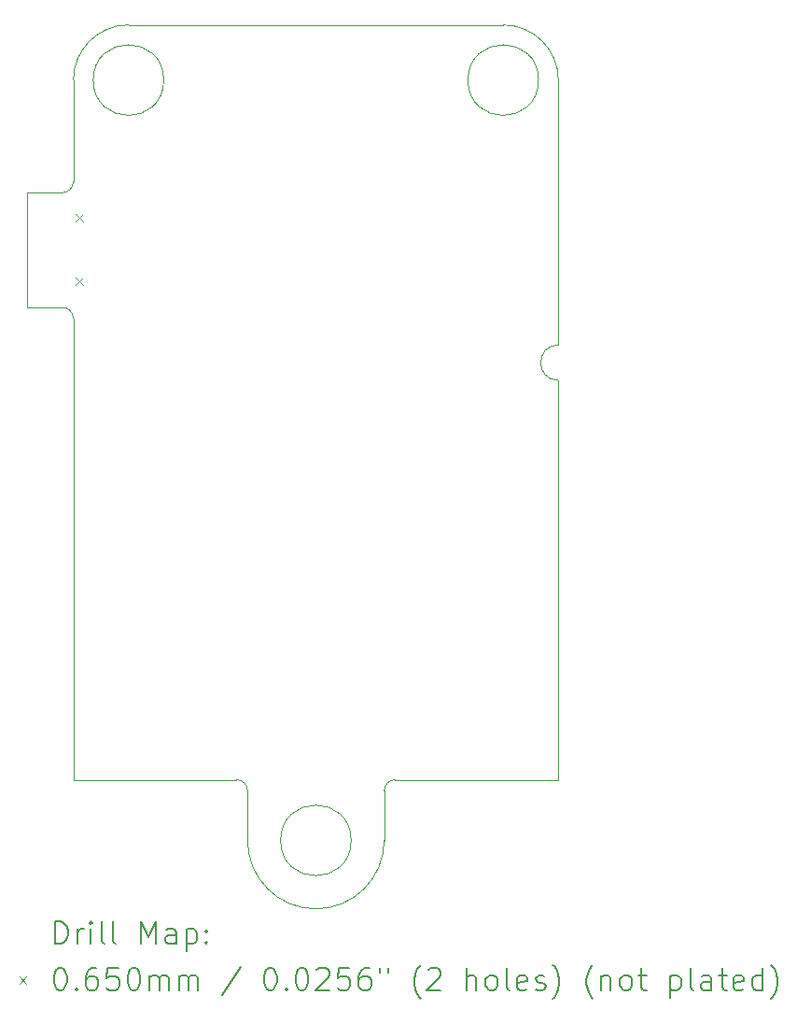
<source format=gbr>
%TF.GenerationSoftware,KiCad,Pcbnew,7.0.6-7.0.6~ubuntu20.04.1*%
%TF.CreationDate,2023-08-02T11:15:23+01:00*%
%TF.ProjectId,concept2creation,636f6e63-6570-4743-9263-72656174696f,rev?*%
%TF.SameCoordinates,Original*%
%TF.FileFunction,Drillmap*%
%TF.FilePolarity,Positive*%
%FSLAX45Y45*%
G04 Gerber Fmt 4.5, Leading zero omitted, Abs format (unit mm)*
G04 Created by KiCad (PCBNEW 7.0.6-7.0.6~ubuntu20.04.1) date 2023-08-02 11:15:23*
%MOMM*%
%LPD*%
G01*
G04 APERTURE LIST*
%ADD10C,0.100000*%
%ADD11C,0.200000*%
%ADD12C,0.065000*%
G04 APERTURE END LIST*
D10*
X2380000Y-7980000D02*
X2380000Y-9020000D01*
X4380000Y-13850000D02*
G75*
G03*
X5620000Y-13850000I620000J0D01*
G01*
X2800000Y-9120000D02*
G75*
G03*
X2700000Y-9020000I-100000J0D01*
G01*
X2800000Y-13300000D02*
X4280000Y-13300000D01*
X5720000Y-13300000D02*
X7200000Y-13300000D01*
X5720000Y-13300000D02*
G75*
G03*
X5620000Y-13400000I0J-100000D01*
G01*
X7200000Y-6960000D02*
G75*
G03*
X6700000Y-6460000I-500000J0D01*
G01*
X4380000Y-13400000D02*
G75*
G03*
X4280000Y-13300000I-100000J0D01*
G01*
X5620000Y-13850000D02*
X5620000Y-13400000D01*
X7020000Y-6960000D02*
G75*
G03*
X7020000Y-6960000I-320000J0D01*
G01*
X5320000Y-13850000D02*
G75*
G03*
X5320000Y-13850000I-320000J0D01*
G01*
X3620000Y-6960000D02*
G75*
G03*
X3620000Y-6960000I-320000J0D01*
G01*
X2800000Y-6960000D02*
X2800000Y-7880000D01*
X2800000Y-9120000D02*
X2800000Y-13300000D01*
X7200000Y-9360000D02*
G75*
G03*
X7200000Y-9680000I0J-160000D01*
G01*
X7200000Y-9360000D02*
X7200000Y-6960000D01*
X2700000Y-7980000D02*
X2380000Y-7980000D01*
X2380000Y-9020000D02*
X2700000Y-9020000D01*
X2700000Y-7980000D02*
G75*
G03*
X2800000Y-7880000I0J100000D01*
G01*
X4380000Y-13850000D02*
X4380000Y-13400000D01*
X6700000Y-6460000D02*
X3300000Y-6460000D01*
X7200000Y-13300000D02*
X7200000Y-9680000D01*
X3300000Y-6460000D02*
G75*
G03*
X2800000Y-6960000I0J-500000D01*
G01*
D11*
D12*
X2823000Y-8173500D02*
X2888000Y-8238500D01*
X2888000Y-8173500D02*
X2823000Y-8238500D01*
X2823000Y-8751500D02*
X2888000Y-8816500D01*
X2888000Y-8751500D02*
X2823000Y-8816500D01*
D11*
X2635777Y-14786484D02*
X2635777Y-14586484D01*
X2635777Y-14586484D02*
X2683396Y-14586484D01*
X2683396Y-14586484D02*
X2711967Y-14596008D01*
X2711967Y-14596008D02*
X2731015Y-14615055D01*
X2731015Y-14615055D02*
X2740539Y-14634103D01*
X2740539Y-14634103D02*
X2750063Y-14672198D01*
X2750063Y-14672198D02*
X2750063Y-14700769D01*
X2750063Y-14700769D02*
X2740539Y-14738865D01*
X2740539Y-14738865D02*
X2731015Y-14757912D01*
X2731015Y-14757912D02*
X2711967Y-14776960D01*
X2711967Y-14776960D02*
X2683396Y-14786484D01*
X2683396Y-14786484D02*
X2635777Y-14786484D01*
X2835777Y-14786484D02*
X2835777Y-14653150D01*
X2835777Y-14691246D02*
X2845301Y-14672198D01*
X2845301Y-14672198D02*
X2854824Y-14662674D01*
X2854824Y-14662674D02*
X2873872Y-14653150D01*
X2873872Y-14653150D02*
X2892920Y-14653150D01*
X2959586Y-14786484D02*
X2959586Y-14653150D01*
X2959586Y-14586484D02*
X2950062Y-14596008D01*
X2950062Y-14596008D02*
X2959586Y-14605531D01*
X2959586Y-14605531D02*
X2969110Y-14596008D01*
X2969110Y-14596008D02*
X2959586Y-14586484D01*
X2959586Y-14586484D02*
X2959586Y-14605531D01*
X3083396Y-14786484D02*
X3064348Y-14776960D01*
X3064348Y-14776960D02*
X3054824Y-14757912D01*
X3054824Y-14757912D02*
X3054824Y-14586484D01*
X3188158Y-14786484D02*
X3169110Y-14776960D01*
X3169110Y-14776960D02*
X3159586Y-14757912D01*
X3159586Y-14757912D02*
X3159586Y-14586484D01*
X3416729Y-14786484D02*
X3416729Y-14586484D01*
X3416729Y-14586484D02*
X3483396Y-14729341D01*
X3483396Y-14729341D02*
X3550062Y-14586484D01*
X3550062Y-14586484D02*
X3550062Y-14786484D01*
X3731015Y-14786484D02*
X3731015Y-14681722D01*
X3731015Y-14681722D02*
X3721491Y-14662674D01*
X3721491Y-14662674D02*
X3702443Y-14653150D01*
X3702443Y-14653150D02*
X3664348Y-14653150D01*
X3664348Y-14653150D02*
X3645301Y-14662674D01*
X3731015Y-14776960D02*
X3711967Y-14786484D01*
X3711967Y-14786484D02*
X3664348Y-14786484D01*
X3664348Y-14786484D02*
X3645301Y-14776960D01*
X3645301Y-14776960D02*
X3635777Y-14757912D01*
X3635777Y-14757912D02*
X3635777Y-14738865D01*
X3635777Y-14738865D02*
X3645301Y-14719817D01*
X3645301Y-14719817D02*
X3664348Y-14710293D01*
X3664348Y-14710293D02*
X3711967Y-14710293D01*
X3711967Y-14710293D02*
X3731015Y-14700769D01*
X3826253Y-14653150D02*
X3826253Y-14853150D01*
X3826253Y-14662674D02*
X3845301Y-14653150D01*
X3845301Y-14653150D02*
X3883396Y-14653150D01*
X3883396Y-14653150D02*
X3902443Y-14662674D01*
X3902443Y-14662674D02*
X3911967Y-14672198D01*
X3911967Y-14672198D02*
X3921491Y-14691246D01*
X3921491Y-14691246D02*
X3921491Y-14748388D01*
X3921491Y-14748388D02*
X3911967Y-14767436D01*
X3911967Y-14767436D02*
X3902443Y-14776960D01*
X3902443Y-14776960D02*
X3883396Y-14786484D01*
X3883396Y-14786484D02*
X3845301Y-14786484D01*
X3845301Y-14786484D02*
X3826253Y-14776960D01*
X4007205Y-14767436D02*
X4016729Y-14776960D01*
X4016729Y-14776960D02*
X4007205Y-14786484D01*
X4007205Y-14786484D02*
X3997682Y-14776960D01*
X3997682Y-14776960D02*
X4007205Y-14767436D01*
X4007205Y-14767436D02*
X4007205Y-14786484D01*
X4007205Y-14662674D02*
X4016729Y-14672198D01*
X4016729Y-14672198D02*
X4007205Y-14681722D01*
X4007205Y-14681722D02*
X3997682Y-14672198D01*
X3997682Y-14672198D02*
X4007205Y-14662674D01*
X4007205Y-14662674D02*
X4007205Y-14681722D01*
D12*
X2310000Y-15082500D02*
X2375000Y-15147500D01*
X2375000Y-15082500D02*
X2310000Y-15147500D01*
D11*
X2673872Y-15006484D02*
X2692920Y-15006484D01*
X2692920Y-15006484D02*
X2711967Y-15016008D01*
X2711967Y-15016008D02*
X2721491Y-15025531D01*
X2721491Y-15025531D02*
X2731015Y-15044579D01*
X2731015Y-15044579D02*
X2740539Y-15082674D01*
X2740539Y-15082674D02*
X2740539Y-15130293D01*
X2740539Y-15130293D02*
X2731015Y-15168388D01*
X2731015Y-15168388D02*
X2721491Y-15187436D01*
X2721491Y-15187436D02*
X2711967Y-15196960D01*
X2711967Y-15196960D02*
X2692920Y-15206484D01*
X2692920Y-15206484D02*
X2673872Y-15206484D01*
X2673872Y-15206484D02*
X2654824Y-15196960D01*
X2654824Y-15196960D02*
X2645301Y-15187436D01*
X2645301Y-15187436D02*
X2635777Y-15168388D01*
X2635777Y-15168388D02*
X2626253Y-15130293D01*
X2626253Y-15130293D02*
X2626253Y-15082674D01*
X2626253Y-15082674D02*
X2635777Y-15044579D01*
X2635777Y-15044579D02*
X2645301Y-15025531D01*
X2645301Y-15025531D02*
X2654824Y-15016008D01*
X2654824Y-15016008D02*
X2673872Y-15006484D01*
X2826253Y-15187436D02*
X2835777Y-15196960D01*
X2835777Y-15196960D02*
X2826253Y-15206484D01*
X2826253Y-15206484D02*
X2816729Y-15196960D01*
X2816729Y-15196960D02*
X2826253Y-15187436D01*
X2826253Y-15187436D02*
X2826253Y-15206484D01*
X3007205Y-15006484D02*
X2969110Y-15006484D01*
X2969110Y-15006484D02*
X2950062Y-15016008D01*
X2950062Y-15016008D02*
X2940539Y-15025531D01*
X2940539Y-15025531D02*
X2921491Y-15054103D01*
X2921491Y-15054103D02*
X2911967Y-15092198D01*
X2911967Y-15092198D02*
X2911967Y-15168388D01*
X2911967Y-15168388D02*
X2921491Y-15187436D01*
X2921491Y-15187436D02*
X2931015Y-15196960D01*
X2931015Y-15196960D02*
X2950062Y-15206484D01*
X2950062Y-15206484D02*
X2988158Y-15206484D01*
X2988158Y-15206484D02*
X3007205Y-15196960D01*
X3007205Y-15196960D02*
X3016729Y-15187436D01*
X3016729Y-15187436D02*
X3026253Y-15168388D01*
X3026253Y-15168388D02*
X3026253Y-15120769D01*
X3026253Y-15120769D02*
X3016729Y-15101722D01*
X3016729Y-15101722D02*
X3007205Y-15092198D01*
X3007205Y-15092198D02*
X2988158Y-15082674D01*
X2988158Y-15082674D02*
X2950062Y-15082674D01*
X2950062Y-15082674D02*
X2931015Y-15092198D01*
X2931015Y-15092198D02*
X2921491Y-15101722D01*
X2921491Y-15101722D02*
X2911967Y-15120769D01*
X3207205Y-15006484D02*
X3111967Y-15006484D01*
X3111967Y-15006484D02*
X3102443Y-15101722D01*
X3102443Y-15101722D02*
X3111967Y-15092198D01*
X3111967Y-15092198D02*
X3131015Y-15082674D01*
X3131015Y-15082674D02*
X3178634Y-15082674D01*
X3178634Y-15082674D02*
X3197682Y-15092198D01*
X3197682Y-15092198D02*
X3207205Y-15101722D01*
X3207205Y-15101722D02*
X3216729Y-15120769D01*
X3216729Y-15120769D02*
X3216729Y-15168388D01*
X3216729Y-15168388D02*
X3207205Y-15187436D01*
X3207205Y-15187436D02*
X3197682Y-15196960D01*
X3197682Y-15196960D02*
X3178634Y-15206484D01*
X3178634Y-15206484D02*
X3131015Y-15206484D01*
X3131015Y-15206484D02*
X3111967Y-15196960D01*
X3111967Y-15196960D02*
X3102443Y-15187436D01*
X3340539Y-15006484D02*
X3359586Y-15006484D01*
X3359586Y-15006484D02*
X3378634Y-15016008D01*
X3378634Y-15016008D02*
X3388158Y-15025531D01*
X3388158Y-15025531D02*
X3397682Y-15044579D01*
X3397682Y-15044579D02*
X3407205Y-15082674D01*
X3407205Y-15082674D02*
X3407205Y-15130293D01*
X3407205Y-15130293D02*
X3397682Y-15168388D01*
X3397682Y-15168388D02*
X3388158Y-15187436D01*
X3388158Y-15187436D02*
X3378634Y-15196960D01*
X3378634Y-15196960D02*
X3359586Y-15206484D01*
X3359586Y-15206484D02*
X3340539Y-15206484D01*
X3340539Y-15206484D02*
X3321491Y-15196960D01*
X3321491Y-15196960D02*
X3311967Y-15187436D01*
X3311967Y-15187436D02*
X3302443Y-15168388D01*
X3302443Y-15168388D02*
X3292920Y-15130293D01*
X3292920Y-15130293D02*
X3292920Y-15082674D01*
X3292920Y-15082674D02*
X3302443Y-15044579D01*
X3302443Y-15044579D02*
X3311967Y-15025531D01*
X3311967Y-15025531D02*
X3321491Y-15016008D01*
X3321491Y-15016008D02*
X3340539Y-15006484D01*
X3492920Y-15206484D02*
X3492920Y-15073150D01*
X3492920Y-15092198D02*
X3502443Y-15082674D01*
X3502443Y-15082674D02*
X3521491Y-15073150D01*
X3521491Y-15073150D02*
X3550063Y-15073150D01*
X3550063Y-15073150D02*
X3569110Y-15082674D01*
X3569110Y-15082674D02*
X3578634Y-15101722D01*
X3578634Y-15101722D02*
X3578634Y-15206484D01*
X3578634Y-15101722D02*
X3588158Y-15082674D01*
X3588158Y-15082674D02*
X3607205Y-15073150D01*
X3607205Y-15073150D02*
X3635777Y-15073150D01*
X3635777Y-15073150D02*
X3654824Y-15082674D01*
X3654824Y-15082674D02*
X3664348Y-15101722D01*
X3664348Y-15101722D02*
X3664348Y-15206484D01*
X3759586Y-15206484D02*
X3759586Y-15073150D01*
X3759586Y-15092198D02*
X3769110Y-15082674D01*
X3769110Y-15082674D02*
X3788158Y-15073150D01*
X3788158Y-15073150D02*
X3816729Y-15073150D01*
X3816729Y-15073150D02*
X3835777Y-15082674D01*
X3835777Y-15082674D02*
X3845301Y-15101722D01*
X3845301Y-15101722D02*
X3845301Y-15206484D01*
X3845301Y-15101722D02*
X3854824Y-15082674D01*
X3854824Y-15082674D02*
X3873872Y-15073150D01*
X3873872Y-15073150D02*
X3902443Y-15073150D01*
X3902443Y-15073150D02*
X3921491Y-15082674D01*
X3921491Y-15082674D02*
X3931015Y-15101722D01*
X3931015Y-15101722D02*
X3931015Y-15206484D01*
X4321491Y-14996960D02*
X4150063Y-15254103D01*
X4578634Y-15006484D02*
X4597682Y-15006484D01*
X4597682Y-15006484D02*
X4616729Y-15016008D01*
X4616729Y-15016008D02*
X4626253Y-15025531D01*
X4626253Y-15025531D02*
X4635777Y-15044579D01*
X4635777Y-15044579D02*
X4645301Y-15082674D01*
X4645301Y-15082674D02*
X4645301Y-15130293D01*
X4645301Y-15130293D02*
X4635777Y-15168388D01*
X4635777Y-15168388D02*
X4626253Y-15187436D01*
X4626253Y-15187436D02*
X4616729Y-15196960D01*
X4616729Y-15196960D02*
X4597682Y-15206484D01*
X4597682Y-15206484D02*
X4578634Y-15206484D01*
X4578634Y-15206484D02*
X4559587Y-15196960D01*
X4559587Y-15196960D02*
X4550063Y-15187436D01*
X4550063Y-15187436D02*
X4540539Y-15168388D01*
X4540539Y-15168388D02*
X4531015Y-15130293D01*
X4531015Y-15130293D02*
X4531015Y-15082674D01*
X4531015Y-15082674D02*
X4540539Y-15044579D01*
X4540539Y-15044579D02*
X4550063Y-15025531D01*
X4550063Y-15025531D02*
X4559587Y-15016008D01*
X4559587Y-15016008D02*
X4578634Y-15006484D01*
X4731015Y-15187436D02*
X4740539Y-15196960D01*
X4740539Y-15196960D02*
X4731015Y-15206484D01*
X4731015Y-15206484D02*
X4721491Y-15196960D01*
X4721491Y-15196960D02*
X4731015Y-15187436D01*
X4731015Y-15187436D02*
X4731015Y-15206484D01*
X4864348Y-15006484D02*
X4883396Y-15006484D01*
X4883396Y-15006484D02*
X4902444Y-15016008D01*
X4902444Y-15016008D02*
X4911968Y-15025531D01*
X4911968Y-15025531D02*
X4921491Y-15044579D01*
X4921491Y-15044579D02*
X4931015Y-15082674D01*
X4931015Y-15082674D02*
X4931015Y-15130293D01*
X4931015Y-15130293D02*
X4921491Y-15168388D01*
X4921491Y-15168388D02*
X4911968Y-15187436D01*
X4911968Y-15187436D02*
X4902444Y-15196960D01*
X4902444Y-15196960D02*
X4883396Y-15206484D01*
X4883396Y-15206484D02*
X4864348Y-15206484D01*
X4864348Y-15206484D02*
X4845301Y-15196960D01*
X4845301Y-15196960D02*
X4835777Y-15187436D01*
X4835777Y-15187436D02*
X4826253Y-15168388D01*
X4826253Y-15168388D02*
X4816729Y-15130293D01*
X4816729Y-15130293D02*
X4816729Y-15082674D01*
X4816729Y-15082674D02*
X4826253Y-15044579D01*
X4826253Y-15044579D02*
X4835777Y-15025531D01*
X4835777Y-15025531D02*
X4845301Y-15016008D01*
X4845301Y-15016008D02*
X4864348Y-15006484D01*
X5007206Y-15025531D02*
X5016729Y-15016008D01*
X5016729Y-15016008D02*
X5035777Y-15006484D01*
X5035777Y-15006484D02*
X5083396Y-15006484D01*
X5083396Y-15006484D02*
X5102444Y-15016008D01*
X5102444Y-15016008D02*
X5111968Y-15025531D01*
X5111968Y-15025531D02*
X5121491Y-15044579D01*
X5121491Y-15044579D02*
X5121491Y-15063627D01*
X5121491Y-15063627D02*
X5111968Y-15092198D01*
X5111968Y-15092198D02*
X4997682Y-15206484D01*
X4997682Y-15206484D02*
X5121491Y-15206484D01*
X5302444Y-15006484D02*
X5207206Y-15006484D01*
X5207206Y-15006484D02*
X5197682Y-15101722D01*
X5197682Y-15101722D02*
X5207206Y-15092198D01*
X5207206Y-15092198D02*
X5226253Y-15082674D01*
X5226253Y-15082674D02*
X5273872Y-15082674D01*
X5273872Y-15082674D02*
X5292920Y-15092198D01*
X5292920Y-15092198D02*
X5302444Y-15101722D01*
X5302444Y-15101722D02*
X5311968Y-15120769D01*
X5311968Y-15120769D02*
X5311968Y-15168388D01*
X5311968Y-15168388D02*
X5302444Y-15187436D01*
X5302444Y-15187436D02*
X5292920Y-15196960D01*
X5292920Y-15196960D02*
X5273872Y-15206484D01*
X5273872Y-15206484D02*
X5226253Y-15206484D01*
X5226253Y-15206484D02*
X5207206Y-15196960D01*
X5207206Y-15196960D02*
X5197682Y-15187436D01*
X5483396Y-15006484D02*
X5445301Y-15006484D01*
X5445301Y-15006484D02*
X5426253Y-15016008D01*
X5426253Y-15016008D02*
X5416729Y-15025531D01*
X5416729Y-15025531D02*
X5397682Y-15054103D01*
X5397682Y-15054103D02*
X5388158Y-15092198D01*
X5388158Y-15092198D02*
X5388158Y-15168388D01*
X5388158Y-15168388D02*
X5397682Y-15187436D01*
X5397682Y-15187436D02*
X5407206Y-15196960D01*
X5407206Y-15196960D02*
X5426253Y-15206484D01*
X5426253Y-15206484D02*
X5464349Y-15206484D01*
X5464349Y-15206484D02*
X5483396Y-15196960D01*
X5483396Y-15196960D02*
X5492920Y-15187436D01*
X5492920Y-15187436D02*
X5502444Y-15168388D01*
X5502444Y-15168388D02*
X5502444Y-15120769D01*
X5502444Y-15120769D02*
X5492920Y-15101722D01*
X5492920Y-15101722D02*
X5483396Y-15092198D01*
X5483396Y-15092198D02*
X5464349Y-15082674D01*
X5464349Y-15082674D02*
X5426253Y-15082674D01*
X5426253Y-15082674D02*
X5407206Y-15092198D01*
X5407206Y-15092198D02*
X5397682Y-15101722D01*
X5397682Y-15101722D02*
X5388158Y-15120769D01*
X5578634Y-15006484D02*
X5578634Y-15044579D01*
X5654825Y-15006484D02*
X5654825Y-15044579D01*
X5950063Y-15282674D02*
X5940539Y-15273150D01*
X5940539Y-15273150D02*
X5921491Y-15244579D01*
X5921491Y-15244579D02*
X5911968Y-15225531D01*
X5911968Y-15225531D02*
X5902444Y-15196960D01*
X5902444Y-15196960D02*
X5892920Y-15149341D01*
X5892920Y-15149341D02*
X5892920Y-15111246D01*
X5892920Y-15111246D02*
X5902444Y-15063627D01*
X5902444Y-15063627D02*
X5911968Y-15035055D01*
X5911968Y-15035055D02*
X5921491Y-15016008D01*
X5921491Y-15016008D02*
X5940539Y-14987436D01*
X5940539Y-14987436D02*
X5950063Y-14977912D01*
X6016729Y-15025531D02*
X6026253Y-15016008D01*
X6026253Y-15016008D02*
X6045301Y-15006484D01*
X6045301Y-15006484D02*
X6092920Y-15006484D01*
X6092920Y-15006484D02*
X6111968Y-15016008D01*
X6111968Y-15016008D02*
X6121491Y-15025531D01*
X6121491Y-15025531D02*
X6131015Y-15044579D01*
X6131015Y-15044579D02*
X6131015Y-15063627D01*
X6131015Y-15063627D02*
X6121491Y-15092198D01*
X6121491Y-15092198D02*
X6007206Y-15206484D01*
X6007206Y-15206484D02*
X6131015Y-15206484D01*
X6369110Y-15206484D02*
X6369110Y-15006484D01*
X6454825Y-15206484D02*
X6454825Y-15101722D01*
X6454825Y-15101722D02*
X6445301Y-15082674D01*
X6445301Y-15082674D02*
X6426253Y-15073150D01*
X6426253Y-15073150D02*
X6397682Y-15073150D01*
X6397682Y-15073150D02*
X6378634Y-15082674D01*
X6378634Y-15082674D02*
X6369110Y-15092198D01*
X6578634Y-15206484D02*
X6559587Y-15196960D01*
X6559587Y-15196960D02*
X6550063Y-15187436D01*
X6550063Y-15187436D02*
X6540539Y-15168388D01*
X6540539Y-15168388D02*
X6540539Y-15111246D01*
X6540539Y-15111246D02*
X6550063Y-15092198D01*
X6550063Y-15092198D02*
X6559587Y-15082674D01*
X6559587Y-15082674D02*
X6578634Y-15073150D01*
X6578634Y-15073150D02*
X6607206Y-15073150D01*
X6607206Y-15073150D02*
X6626253Y-15082674D01*
X6626253Y-15082674D02*
X6635777Y-15092198D01*
X6635777Y-15092198D02*
X6645301Y-15111246D01*
X6645301Y-15111246D02*
X6645301Y-15168388D01*
X6645301Y-15168388D02*
X6635777Y-15187436D01*
X6635777Y-15187436D02*
X6626253Y-15196960D01*
X6626253Y-15196960D02*
X6607206Y-15206484D01*
X6607206Y-15206484D02*
X6578634Y-15206484D01*
X6759587Y-15206484D02*
X6740539Y-15196960D01*
X6740539Y-15196960D02*
X6731015Y-15177912D01*
X6731015Y-15177912D02*
X6731015Y-15006484D01*
X6911968Y-15196960D02*
X6892920Y-15206484D01*
X6892920Y-15206484D02*
X6854825Y-15206484D01*
X6854825Y-15206484D02*
X6835777Y-15196960D01*
X6835777Y-15196960D02*
X6826253Y-15177912D01*
X6826253Y-15177912D02*
X6826253Y-15101722D01*
X6826253Y-15101722D02*
X6835777Y-15082674D01*
X6835777Y-15082674D02*
X6854825Y-15073150D01*
X6854825Y-15073150D02*
X6892920Y-15073150D01*
X6892920Y-15073150D02*
X6911968Y-15082674D01*
X6911968Y-15082674D02*
X6921491Y-15101722D01*
X6921491Y-15101722D02*
X6921491Y-15120769D01*
X6921491Y-15120769D02*
X6826253Y-15139817D01*
X6997682Y-15196960D02*
X7016730Y-15206484D01*
X7016730Y-15206484D02*
X7054825Y-15206484D01*
X7054825Y-15206484D02*
X7073872Y-15196960D01*
X7073872Y-15196960D02*
X7083396Y-15177912D01*
X7083396Y-15177912D02*
X7083396Y-15168388D01*
X7083396Y-15168388D02*
X7073872Y-15149341D01*
X7073872Y-15149341D02*
X7054825Y-15139817D01*
X7054825Y-15139817D02*
X7026253Y-15139817D01*
X7026253Y-15139817D02*
X7007206Y-15130293D01*
X7007206Y-15130293D02*
X6997682Y-15111246D01*
X6997682Y-15111246D02*
X6997682Y-15101722D01*
X6997682Y-15101722D02*
X7007206Y-15082674D01*
X7007206Y-15082674D02*
X7026253Y-15073150D01*
X7026253Y-15073150D02*
X7054825Y-15073150D01*
X7054825Y-15073150D02*
X7073872Y-15082674D01*
X7150063Y-15282674D02*
X7159587Y-15273150D01*
X7159587Y-15273150D02*
X7178634Y-15244579D01*
X7178634Y-15244579D02*
X7188158Y-15225531D01*
X7188158Y-15225531D02*
X7197682Y-15196960D01*
X7197682Y-15196960D02*
X7207206Y-15149341D01*
X7207206Y-15149341D02*
X7207206Y-15111246D01*
X7207206Y-15111246D02*
X7197682Y-15063627D01*
X7197682Y-15063627D02*
X7188158Y-15035055D01*
X7188158Y-15035055D02*
X7178634Y-15016008D01*
X7178634Y-15016008D02*
X7159587Y-14987436D01*
X7159587Y-14987436D02*
X7150063Y-14977912D01*
X7511968Y-15282674D02*
X7502444Y-15273150D01*
X7502444Y-15273150D02*
X7483396Y-15244579D01*
X7483396Y-15244579D02*
X7473872Y-15225531D01*
X7473872Y-15225531D02*
X7464349Y-15196960D01*
X7464349Y-15196960D02*
X7454825Y-15149341D01*
X7454825Y-15149341D02*
X7454825Y-15111246D01*
X7454825Y-15111246D02*
X7464349Y-15063627D01*
X7464349Y-15063627D02*
X7473872Y-15035055D01*
X7473872Y-15035055D02*
X7483396Y-15016008D01*
X7483396Y-15016008D02*
X7502444Y-14987436D01*
X7502444Y-14987436D02*
X7511968Y-14977912D01*
X7588158Y-15073150D02*
X7588158Y-15206484D01*
X7588158Y-15092198D02*
X7597682Y-15082674D01*
X7597682Y-15082674D02*
X7616730Y-15073150D01*
X7616730Y-15073150D02*
X7645301Y-15073150D01*
X7645301Y-15073150D02*
X7664349Y-15082674D01*
X7664349Y-15082674D02*
X7673872Y-15101722D01*
X7673872Y-15101722D02*
X7673872Y-15206484D01*
X7797682Y-15206484D02*
X7778634Y-15196960D01*
X7778634Y-15196960D02*
X7769111Y-15187436D01*
X7769111Y-15187436D02*
X7759587Y-15168388D01*
X7759587Y-15168388D02*
X7759587Y-15111246D01*
X7759587Y-15111246D02*
X7769111Y-15092198D01*
X7769111Y-15092198D02*
X7778634Y-15082674D01*
X7778634Y-15082674D02*
X7797682Y-15073150D01*
X7797682Y-15073150D02*
X7826253Y-15073150D01*
X7826253Y-15073150D02*
X7845301Y-15082674D01*
X7845301Y-15082674D02*
X7854825Y-15092198D01*
X7854825Y-15092198D02*
X7864349Y-15111246D01*
X7864349Y-15111246D02*
X7864349Y-15168388D01*
X7864349Y-15168388D02*
X7854825Y-15187436D01*
X7854825Y-15187436D02*
X7845301Y-15196960D01*
X7845301Y-15196960D02*
X7826253Y-15206484D01*
X7826253Y-15206484D02*
X7797682Y-15206484D01*
X7921492Y-15073150D02*
X7997682Y-15073150D01*
X7950063Y-15006484D02*
X7950063Y-15177912D01*
X7950063Y-15177912D02*
X7959587Y-15196960D01*
X7959587Y-15196960D02*
X7978634Y-15206484D01*
X7978634Y-15206484D02*
X7997682Y-15206484D01*
X8216730Y-15073150D02*
X8216730Y-15273150D01*
X8216730Y-15082674D02*
X8235777Y-15073150D01*
X8235777Y-15073150D02*
X8273873Y-15073150D01*
X8273873Y-15073150D02*
X8292920Y-15082674D01*
X8292920Y-15082674D02*
X8302444Y-15092198D01*
X8302444Y-15092198D02*
X8311968Y-15111246D01*
X8311968Y-15111246D02*
X8311968Y-15168388D01*
X8311968Y-15168388D02*
X8302444Y-15187436D01*
X8302444Y-15187436D02*
X8292920Y-15196960D01*
X8292920Y-15196960D02*
X8273873Y-15206484D01*
X8273873Y-15206484D02*
X8235777Y-15206484D01*
X8235777Y-15206484D02*
X8216730Y-15196960D01*
X8426254Y-15206484D02*
X8407206Y-15196960D01*
X8407206Y-15196960D02*
X8397682Y-15177912D01*
X8397682Y-15177912D02*
X8397682Y-15006484D01*
X8588158Y-15206484D02*
X8588158Y-15101722D01*
X8588158Y-15101722D02*
X8578635Y-15082674D01*
X8578635Y-15082674D02*
X8559587Y-15073150D01*
X8559587Y-15073150D02*
X8521492Y-15073150D01*
X8521492Y-15073150D02*
X8502444Y-15082674D01*
X8588158Y-15196960D02*
X8569111Y-15206484D01*
X8569111Y-15206484D02*
X8521492Y-15206484D01*
X8521492Y-15206484D02*
X8502444Y-15196960D01*
X8502444Y-15196960D02*
X8492920Y-15177912D01*
X8492920Y-15177912D02*
X8492920Y-15158865D01*
X8492920Y-15158865D02*
X8502444Y-15139817D01*
X8502444Y-15139817D02*
X8521492Y-15130293D01*
X8521492Y-15130293D02*
X8569111Y-15130293D01*
X8569111Y-15130293D02*
X8588158Y-15120769D01*
X8654825Y-15073150D02*
X8731015Y-15073150D01*
X8683396Y-15006484D02*
X8683396Y-15177912D01*
X8683396Y-15177912D02*
X8692920Y-15196960D01*
X8692920Y-15196960D02*
X8711968Y-15206484D01*
X8711968Y-15206484D02*
X8731015Y-15206484D01*
X8873873Y-15196960D02*
X8854825Y-15206484D01*
X8854825Y-15206484D02*
X8816730Y-15206484D01*
X8816730Y-15206484D02*
X8797682Y-15196960D01*
X8797682Y-15196960D02*
X8788158Y-15177912D01*
X8788158Y-15177912D02*
X8788158Y-15101722D01*
X8788158Y-15101722D02*
X8797682Y-15082674D01*
X8797682Y-15082674D02*
X8816730Y-15073150D01*
X8816730Y-15073150D02*
X8854825Y-15073150D01*
X8854825Y-15073150D02*
X8873873Y-15082674D01*
X8873873Y-15082674D02*
X8883396Y-15101722D01*
X8883396Y-15101722D02*
X8883396Y-15120769D01*
X8883396Y-15120769D02*
X8788158Y-15139817D01*
X9054825Y-15206484D02*
X9054825Y-15006484D01*
X9054825Y-15196960D02*
X9035777Y-15206484D01*
X9035777Y-15206484D02*
X8997682Y-15206484D01*
X8997682Y-15206484D02*
X8978635Y-15196960D01*
X8978635Y-15196960D02*
X8969111Y-15187436D01*
X8969111Y-15187436D02*
X8959587Y-15168388D01*
X8959587Y-15168388D02*
X8959587Y-15111246D01*
X8959587Y-15111246D02*
X8969111Y-15092198D01*
X8969111Y-15092198D02*
X8978635Y-15082674D01*
X8978635Y-15082674D02*
X8997682Y-15073150D01*
X8997682Y-15073150D02*
X9035777Y-15073150D01*
X9035777Y-15073150D02*
X9054825Y-15082674D01*
X9131016Y-15282674D02*
X9140539Y-15273150D01*
X9140539Y-15273150D02*
X9159587Y-15244579D01*
X9159587Y-15244579D02*
X9169111Y-15225531D01*
X9169111Y-15225531D02*
X9178635Y-15196960D01*
X9178635Y-15196960D02*
X9188158Y-15149341D01*
X9188158Y-15149341D02*
X9188158Y-15111246D01*
X9188158Y-15111246D02*
X9178635Y-15063627D01*
X9178635Y-15063627D02*
X9169111Y-15035055D01*
X9169111Y-15035055D02*
X9159587Y-15016008D01*
X9159587Y-15016008D02*
X9140539Y-14987436D01*
X9140539Y-14987436D02*
X9131016Y-14977912D01*
M02*

</source>
